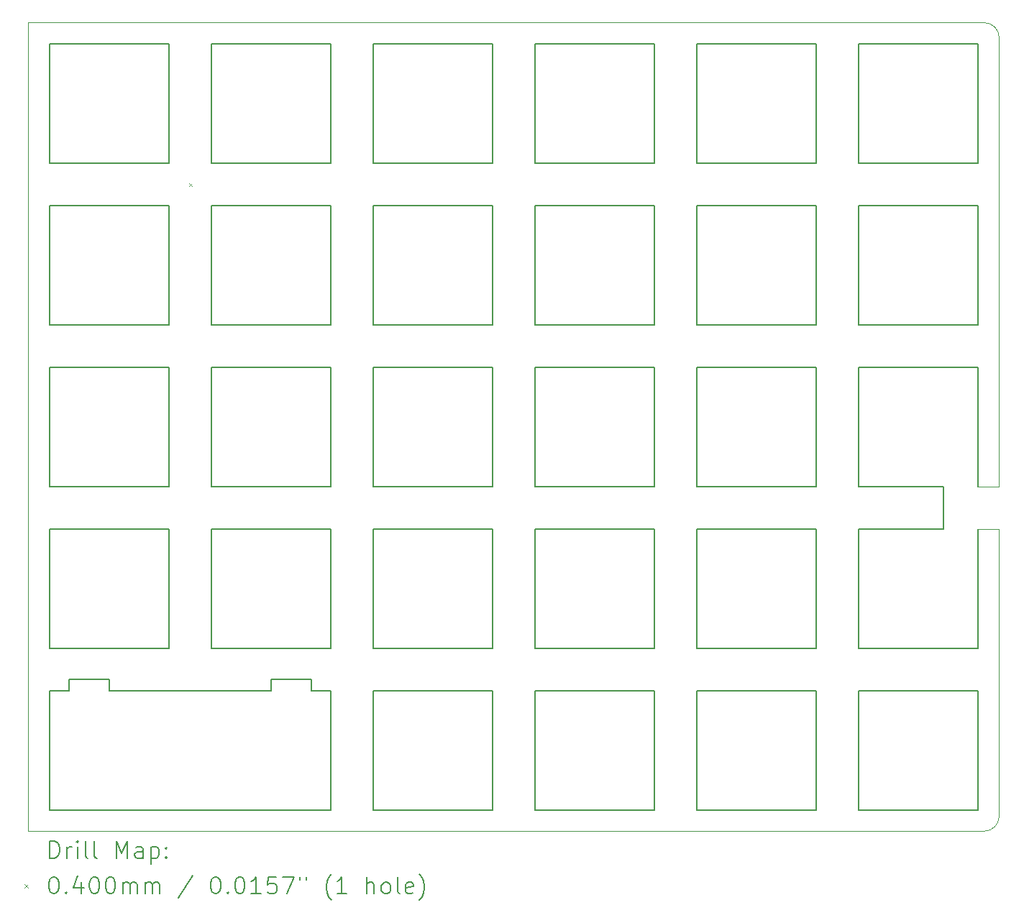
<source format=gbr>
%TF.GenerationSoftware,KiCad,Pcbnew,(6.0.10)*%
%TF.CreationDate,2023-08-27T19:01:04-04:00*%
%TF.ProjectId,split-plate,73706c69-742d-4706-9c61-74652e6b6963,rev?*%
%TF.SameCoordinates,Original*%
%TF.FileFunction,Drillmap*%
%TF.FilePolarity,Positive*%
%FSLAX45Y45*%
G04 Gerber Fmt 4.5, Leading zero omitted, Abs format (unit mm)*
G04 Created by KiCad (PCBNEW (6.0.10)) date 2023-08-27 19:01:04*
%MOMM*%
%LPD*%
G01*
G04 APERTURE LIST*
%ADD10C,0.100000*%
%ADD11C,0.150000*%
%ADD12C,0.200000*%
%ADD13C,0.040000*%
G04 APERTURE END LIST*
D10*
X21669393Y-10965702D02*
X21669393Y-14347043D01*
X10239384Y-14525637D02*
X21490799Y-14525637D01*
D11*
X21014635Y-10965702D02*
X21014635Y-10465638D01*
X19514420Y-10465638D02*
X18109482Y-10465638D01*
X20014520Y-12870684D02*
X21419457Y-12870684D01*
X11894364Y-10965732D02*
X11894364Y-12370669D01*
X21419434Y-8560624D02*
X20014496Y-8560624D01*
X17609406Y-7155698D02*
X17609406Y-8560636D01*
X17609406Y-10965714D02*
X17609406Y-12370652D01*
X11894364Y-10465661D02*
X10489427Y-10465661D01*
X21419434Y-12370640D02*
X20014496Y-12370640D01*
X10489450Y-14275651D02*
X10489450Y-12870713D01*
X13096972Y-12739702D02*
X13573223Y-12739702D01*
X20014496Y-5250678D02*
X21419434Y-5250678D01*
X15704392Y-8560642D02*
X14299454Y-8560642D01*
X19514420Y-9060700D02*
X19514420Y-10465638D01*
X18109482Y-12370646D02*
X18109482Y-10965708D01*
X20014496Y-6655616D02*
X20014496Y-5250678D01*
X15704416Y-14275639D02*
X14299478Y-14275639D01*
X14299478Y-12870701D02*
X15704416Y-12870701D01*
X14299454Y-6655633D02*
X14299454Y-5250696D01*
X18109482Y-5250684D02*
X19514420Y-5250684D01*
D10*
X21669393Y-5179223D02*
X21669393Y-10465632D01*
D11*
X17609430Y-12870696D02*
X17609430Y-14275633D01*
X20014496Y-7155686D02*
X21419434Y-7155686D01*
X21419457Y-12870684D02*
X21419457Y-14275621D01*
X13799378Y-5250702D02*
X13799378Y-6655639D01*
X15704392Y-9060712D02*
X15704392Y-10465650D01*
X11894364Y-9060724D02*
X11894364Y-10465661D01*
X11894364Y-8560653D02*
X10489427Y-8560653D01*
X15704392Y-5250696D02*
X15704392Y-6655633D01*
X13799378Y-6655639D02*
X12394441Y-6655639D01*
X19514443Y-14275627D02*
X18109506Y-14275627D01*
X11894364Y-5250708D02*
X11894364Y-6655645D01*
X10489427Y-8560653D02*
X10489427Y-7155716D01*
X13799378Y-10965726D02*
X13799378Y-12370663D01*
X20014496Y-9060694D02*
X21419434Y-9060694D01*
X17609406Y-6655628D02*
X16204468Y-6655628D01*
X13799402Y-14275645D02*
X10489450Y-14275651D01*
X10715721Y-12870710D02*
X10489453Y-12870710D01*
X16204468Y-7155698D02*
X17609406Y-7155698D01*
X11191922Y-12870710D02*
X13096930Y-12870713D01*
D10*
X21490799Y-5000629D02*
X10239384Y-5000629D01*
D11*
X20014496Y-12370640D02*
X20014496Y-10965702D01*
X14299478Y-14275639D02*
X14299478Y-12870701D01*
X18109506Y-12870690D02*
X19514443Y-12870690D01*
X18109482Y-7155692D02*
X19514420Y-7155692D01*
X15704392Y-7155704D02*
X15704392Y-8560642D01*
X16204468Y-10965714D02*
X17609406Y-10965714D01*
X10489427Y-10465661D02*
X10489427Y-9060724D01*
X13096930Y-12870713D02*
X13096972Y-12739702D01*
X12394441Y-8560647D02*
X12394441Y-7155710D01*
X12394441Y-10965726D02*
X13799378Y-10965726D01*
X15704392Y-12370657D02*
X14299454Y-12370657D01*
X19514443Y-12870690D02*
X19514443Y-14275627D01*
X19514420Y-12370646D02*
X18109482Y-12370646D01*
X10489427Y-9060724D02*
X11894364Y-9060724D01*
X17609406Y-9060706D02*
X17609406Y-10465644D01*
X10715721Y-12870710D02*
X10715721Y-12739702D01*
X17609430Y-14275633D02*
X16204492Y-14275633D01*
X16204468Y-5250690D02*
X17609406Y-5250690D01*
X13573223Y-12870710D02*
X13799402Y-12870707D01*
X14299454Y-10465650D02*
X14299454Y-9060712D01*
X18109482Y-10965708D02*
X19514420Y-10965708D01*
X19514420Y-5250684D02*
X19514420Y-6655622D01*
X13799378Y-7155710D02*
X13799378Y-8560647D01*
X10489427Y-5250708D02*
X11894364Y-5250708D01*
X10489427Y-6655645D02*
X10489427Y-5250708D01*
X16204492Y-14275633D02*
X16204492Y-12870696D01*
D10*
X21419434Y-10465632D02*
X21669393Y-10465632D01*
D11*
X11894364Y-7155716D02*
X11894364Y-8560653D01*
X17609406Y-12370652D02*
X16204468Y-12370652D01*
X18109482Y-6655622D02*
X18109482Y-5250684D01*
X13573223Y-12739702D02*
X13573223Y-12870710D01*
X18109482Y-10465638D02*
X18109482Y-9060700D01*
X15704392Y-10965720D02*
X15704392Y-12370657D01*
X12394441Y-10465655D02*
X12394441Y-9060718D01*
X12394441Y-5250702D02*
X13799378Y-5250702D01*
X16204468Y-12370652D02*
X16204468Y-10965714D01*
D10*
X21419434Y-10965702D02*
X21669393Y-10965702D01*
D11*
X21014635Y-10465638D02*
X20014496Y-10465632D01*
X15704416Y-12870701D02*
X15704416Y-14275639D01*
X10715721Y-12739702D02*
X11191971Y-12739702D01*
X14299454Y-12370657D02*
X14299454Y-10965720D01*
X14299454Y-7155704D02*
X15704392Y-7155704D01*
X18109506Y-14275627D02*
X18109506Y-12870690D01*
D10*
X21669391Y-5179223D02*
G75*
G03*
X21490799Y-5000629I-178591J3D01*
G01*
D11*
X11191971Y-12739702D02*
X11191922Y-12870710D01*
X13799378Y-8560647D02*
X12394441Y-8560647D01*
X20014520Y-14275621D02*
X20014520Y-12870684D01*
X10489427Y-12370669D02*
X10489427Y-10965732D01*
D10*
X21490799Y-14525633D02*
G75*
G03*
X21669393Y-14347043I1J178593D01*
G01*
D11*
X17609406Y-10465644D02*
X16204468Y-10465644D01*
D10*
X10239384Y-5000629D02*
X10239384Y-14525637D01*
D11*
X19514420Y-10965708D02*
X19514420Y-12370646D01*
X21419434Y-10965702D02*
X21419434Y-12370640D01*
X20014496Y-10965702D02*
X21014635Y-10965702D01*
X16204468Y-8560636D02*
X16204468Y-7155698D01*
X21419457Y-14275621D02*
X20014520Y-14275621D01*
X21419434Y-7155686D02*
X21419434Y-8560624D01*
X14299454Y-5250696D02*
X15704392Y-5250696D01*
X14299454Y-9060712D02*
X15704392Y-9060712D01*
X16204492Y-12870696D02*
X17609430Y-12870696D01*
X20014496Y-8560624D02*
X20014496Y-7155686D01*
X17609406Y-8560636D02*
X16204468Y-8560636D01*
X21419434Y-6655616D02*
X20014496Y-6655616D01*
X13799378Y-12370663D02*
X12394441Y-12370663D01*
X20014496Y-10465632D02*
X20014496Y-9060694D01*
X13799378Y-10465655D02*
X12394441Y-10465655D01*
X15704392Y-6655633D02*
X14299454Y-6655633D01*
X18109482Y-9060700D02*
X19514420Y-9060700D01*
X12394441Y-7155710D02*
X13799378Y-7155710D01*
X10489427Y-10965732D02*
X11894364Y-10965732D01*
X21419434Y-5250678D02*
X21419434Y-6655616D01*
X14299454Y-10965720D02*
X15704392Y-10965720D01*
X19514420Y-6655622D02*
X18109482Y-6655622D01*
X11894364Y-12370669D02*
X10489427Y-12370669D01*
X11894364Y-6655645D02*
X10489427Y-6655645D01*
X14299454Y-8560642D02*
X14299454Y-7155704D01*
X12394441Y-6655639D02*
X12394441Y-5250702D01*
X17609406Y-5250690D02*
X17609406Y-6655628D01*
X18109482Y-8560630D02*
X18109482Y-7155692D01*
X10489427Y-7155716D02*
X11894364Y-7155716D01*
X16204468Y-6655628D02*
X16204468Y-5250690D01*
X19514420Y-8560630D02*
X18109482Y-8560630D01*
X16204468Y-9060706D02*
X17609406Y-9060706D01*
X13799378Y-9060718D02*
X13799378Y-10465655D01*
X16204468Y-10465644D02*
X16204468Y-9060706D01*
X13799402Y-12870707D02*
X13799402Y-14275645D01*
X12394441Y-12370663D02*
X12394441Y-10965726D01*
X15704392Y-10465650D02*
X14299454Y-10465650D01*
X12394441Y-9060718D02*
X13799378Y-9060718D01*
X21419434Y-9060694D02*
X21419434Y-10465632D01*
X19514420Y-7155692D02*
X19514420Y-8560630D01*
D12*
D13*
X12130000Y-6890000D02*
X12170000Y-6930000D01*
X12170000Y-6890000D02*
X12130000Y-6930000D01*
D12*
X10492003Y-14841113D02*
X10492003Y-14641113D01*
X10539622Y-14641113D01*
X10568193Y-14650637D01*
X10587241Y-14669685D01*
X10596765Y-14688732D01*
X10606288Y-14726828D01*
X10606288Y-14755399D01*
X10596765Y-14793494D01*
X10587241Y-14812542D01*
X10568193Y-14831589D01*
X10539622Y-14841113D01*
X10492003Y-14841113D01*
X10692003Y-14841113D02*
X10692003Y-14707780D01*
X10692003Y-14745875D02*
X10701526Y-14726828D01*
X10711050Y-14717304D01*
X10730098Y-14707780D01*
X10749146Y-14707780D01*
X10815812Y-14841113D02*
X10815812Y-14707780D01*
X10815812Y-14641113D02*
X10806288Y-14650637D01*
X10815812Y-14660161D01*
X10825336Y-14650637D01*
X10815812Y-14641113D01*
X10815812Y-14660161D01*
X10939622Y-14841113D02*
X10920574Y-14831589D01*
X10911050Y-14812542D01*
X10911050Y-14641113D01*
X11044384Y-14841113D02*
X11025336Y-14831589D01*
X11015812Y-14812542D01*
X11015812Y-14641113D01*
X11272955Y-14841113D02*
X11272955Y-14641113D01*
X11339622Y-14783970D01*
X11406288Y-14641113D01*
X11406288Y-14841113D01*
X11587241Y-14841113D02*
X11587241Y-14736351D01*
X11577717Y-14717304D01*
X11558669Y-14707780D01*
X11520574Y-14707780D01*
X11501526Y-14717304D01*
X11587241Y-14831589D02*
X11568193Y-14841113D01*
X11520574Y-14841113D01*
X11501526Y-14831589D01*
X11492003Y-14812542D01*
X11492003Y-14793494D01*
X11501526Y-14774447D01*
X11520574Y-14764923D01*
X11568193Y-14764923D01*
X11587241Y-14755399D01*
X11682479Y-14707780D02*
X11682479Y-14907780D01*
X11682479Y-14717304D02*
X11701526Y-14707780D01*
X11739622Y-14707780D01*
X11758669Y-14717304D01*
X11768193Y-14726828D01*
X11777717Y-14745875D01*
X11777717Y-14803018D01*
X11768193Y-14822066D01*
X11758669Y-14831589D01*
X11739622Y-14841113D01*
X11701526Y-14841113D01*
X11682479Y-14831589D01*
X11863431Y-14822066D02*
X11872955Y-14831589D01*
X11863431Y-14841113D01*
X11853907Y-14831589D01*
X11863431Y-14822066D01*
X11863431Y-14841113D01*
X11863431Y-14717304D02*
X11872955Y-14726828D01*
X11863431Y-14736351D01*
X11853907Y-14726828D01*
X11863431Y-14717304D01*
X11863431Y-14736351D01*
D13*
X10194384Y-15150637D02*
X10234384Y-15190637D01*
X10234384Y-15150637D02*
X10194384Y-15190637D01*
D12*
X10530098Y-15061113D02*
X10549146Y-15061113D01*
X10568193Y-15070637D01*
X10577717Y-15080161D01*
X10587241Y-15099209D01*
X10596765Y-15137304D01*
X10596765Y-15184923D01*
X10587241Y-15223018D01*
X10577717Y-15242066D01*
X10568193Y-15251589D01*
X10549146Y-15261113D01*
X10530098Y-15261113D01*
X10511050Y-15251589D01*
X10501526Y-15242066D01*
X10492003Y-15223018D01*
X10482479Y-15184923D01*
X10482479Y-15137304D01*
X10492003Y-15099209D01*
X10501526Y-15080161D01*
X10511050Y-15070637D01*
X10530098Y-15061113D01*
X10682479Y-15242066D02*
X10692003Y-15251589D01*
X10682479Y-15261113D01*
X10672955Y-15251589D01*
X10682479Y-15242066D01*
X10682479Y-15261113D01*
X10863431Y-15127780D02*
X10863431Y-15261113D01*
X10815812Y-15051589D02*
X10768193Y-15194447D01*
X10892003Y-15194447D01*
X11006288Y-15061113D02*
X11025336Y-15061113D01*
X11044384Y-15070637D01*
X11053907Y-15080161D01*
X11063431Y-15099209D01*
X11072955Y-15137304D01*
X11072955Y-15184923D01*
X11063431Y-15223018D01*
X11053907Y-15242066D01*
X11044384Y-15251589D01*
X11025336Y-15261113D01*
X11006288Y-15261113D01*
X10987241Y-15251589D01*
X10977717Y-15242066D01*
X10968193Y-15223018D01*
X10958669Y-15184923D01*
X10958669Y-15137304D01*
X10968193Y-15099209D01*
X10977717Y-15080161D01*
X10987241Y-15070637D01*
X11006288Y-15061113D01*
X11196764Y-15061113D02*
X11215812Y-15061113D01*
X11234860Y-15070637D01*
X11244384Y-15080161D01*
X11253907Y-15099209D01*
X11263431Y-15137304D01*
X11263431Y-15184923D01*
X11253907Y-15223018D01*
X11244384Y-15242066D01*
X11234860Y-15251589D01*
X11215812Y-15261113D01*
X11196764Y-15261113D01*
X11177717Y-15251589D01*
X11168193Y-15242066D01*
X11158669Y-15223018D01*
X11149146Y-15184923D01*
X11149146Y-15137304D01*
X11158669Y-15099209D01*
X11168193Y-15080161D01*
X11177717Y-15070637D01*
X11196764Y-15061113D01*
X11349145Y-15261113D02*
X11349145Y-15127780D01*
X11349145Y-15146828D02*
X11358669Y-15137304D01*
X11377717Y-15127780D01*
X11406288Y-15127780D01*
X11425336Y-15137304D01*
X11434860Y-15156351D01*
X11434860Y-15261113D01*
X11434860Y-15156351D02*
X11444384Y-15137304D01*
X11463431Y-15127780D01*
X11492003Y-15127780D01*
X11511050Y-15137304D01*
X11520574Y-15156351D01*
X11520574Y-15261113D01*
X11615812Y-15261113D02*
X11615812Y-15127780D01*
X11615812Y-15146828D02*
X11625336Y-15137304D01*
X11644384Y-15127780D01*
X11672955Y-15127780D01*
X11692003Y-15137304D01*
X11701526Y-15156351D01*
X11701526Y-15261113D01*
X11701526Y-15156351D02*
X11711050Y-15137304D01*
X11730098Y-15127780D01*
X11758669Y-15127780D01*
X11777717Y-15137304D01*
X11787241Y-15156351D01*
X11787241Y-15261113D01*
X12177717Y-15051589D02*
X12006288Y-15308732D01*
X12434860Y-15061113D02*
X12453907Y-15061113D01*
X12472955Y-15070637D01*
X12482479Y-15080161D01*
X12492003Y-15099209D01*
X12501526Y-15137304D01*
X12501526Y-15184923D01*
X12492003Y-15223018D01*
X12482479Y-15242066D01*
X12472955Y-15251589D01*
X12453907Y-15261113D01*
X12434860Y-15261113D01*
X12415812Y-15251589D01*
X12406288Y-15242066D01*
X12396764Y-15223018D01*
X12387241Y-15184923D01*
X12387241Y-15137304D01*
X12396764Y-15099209D01*
X12406288Y-15080161D01*
X12415812Y-15070637D01*
X12434860Y-15061113D01*
X12587241Y-15242066D02*
X12596764Y-15251589D01*
X12587241Y-15261113D01*
X12577717Y-15251589D01*
X12587241Y-15242066D01*
X12587241Y-15261113D01*
X12720574Y-15061113D02*
X12739622Y-15061113D01*
X12758669Y-15070637D01*
X12768193Y-15080161D01*
X12777717Y-15099209D01*
X12787241Y-15137304D01*
X12787241Y-15184923D01*
X12777717Y-15223018D01*
X12768193Y-15242066D01*
X12758669Y-15251589D01*
X12739622Y-15261113D01*
X12720574Y-15261113D01*
X12701526Y-15251589D01*
X12692003Y-15242066D01*
X12682479Y-15223018D01*
X12672955Y-15184923D01*
X12672955Y-15137304D01*
X12682479Y-15099209D01*
X12692003Y-15080161D01*
X12701526Y-15070637D01*
X12720574Y-15061113D01*
X12977717Y-15261113D02*
X12863431Y-15261113D01*
X12920574Y-15261113D02*
X12920574Y-15061113D01*
X12901526Y-15089685D01*
X12882479Y-15108732D01*
X12863431Y-15118256D01*
X13158669Y-15061113D02*
X13063431Y-15061113D01*
X13053907Y-15156351D01*
X13063431Y-15146828D01*
X13082479Y-15137304D01*
X13130098Y-15137304D01*
X13149145Y-15146828D01*
X13158669Y-15156351D01*
X13168193Y-15175399D01*
X13168193Y-15223018D01*
X13158669Y-15242066D01*
X13149145Y-15251589D01*
X13130098Y-15261113D01*
X13082479Y-15261113D01*
X13063431Y-15251589D01*
X13053907Y-15242066D01*
X13234860Y-15061113D02*
X13368193Y-15061113D01*
X13282479Y-15261113D01*
X13434860Y-15061113D02*
X13434860Y-15099209D01*
X13511050Y-15061113D02*
X13511050Y-15099209D01*
X13806288Y-15337304D02*
X13796764Y-15327780D01*
X13777717Y-15299209D01*
X13768193Y-15280161D01*
X13758669Y-15251589D01*
X13749145Y-15203970D01*
X13749145Y-15165875D01*
X13758669Y-15118256D01*
X13768193Y-15089685D01*
X13777717Y-15070637D01*
X13796764Y-15042066D01*
X13806288Y-15032542D01*
X13987241Y-15261113D02*
X13872955Y-15261113D01*
X13930098Y-15261113D02*
X13930098Y-15061113D01*
X13911050Y-15089685D01*
X13892003Y-15108732D01*
X13872955Y-15118256D01*
X14225336Y-15261113D02*
X14225336Y-15061113D01*
X14311050Y-15261113D02*
X14311050Y-15156351D01*
X14301526Y-15137304D01*
X14282479Y-15127780D01*
X14253907Y-15127780D01*
X14234860Y-15137304D01*
X14225336Y-15146828D01*
X14434860Y-15261113D02*
X14415812Y-15251589D01*
X14406288Y-15242066D01*
X14396764Y-15223018D01*
X14396764Y-15165875D01*
X14406288Y-15146828D01*
X14415812Y-15137304D01*
X14434860Y-15127780D01*
X14463431Y-15127780D01*
X14482479Y-15137304D01*
X14492003Y-15146828D01*
X14501526Y-15165875D01*
X14501526Y-15223018D01*
X14492003Y-15242066D01*
X14482479Y-15251589D01*
X14463431Y-15261113D01*
X14434860Y-15261113D01*
X14615812Y-15261113D02*
X14596764Y-15251589D01*
X14587241Y-15232542D01*
X14587241Y-15061113D01*
X14768193Y-15251589D02*
X14749145Y-15261113D01*
X14711050Y-15261113D01*
X14692003Y-15251589D01*
X14682479Y-15232542D01*
X14682479Y-15156351D01*
X14692003Y-15137304D01*
X14711050Y-15127780D01*
X14749145Y-15127780D01*
X14768193Y-15137304D01*
X14777717Y-15156351D01*
X14777717Y-15175399D01*
X14682479Y-15194447D01*
X14844383Y-15337304D02*
X14853907Y-15327780D01*
X14872955Y-15299209D01*
X14882479Y-15280161D01*
X14892003Y-15251589D01*
X14901526Y-15203970D01*
X14901526Y-15165875D01*
X14892003Y-15118256D01*
X14882479Y-15089685D01*
X14872955Y-15070637D01*
X14853907Y-15042066D01*
X14844383Y-15032542D01*
M02*

</source>
